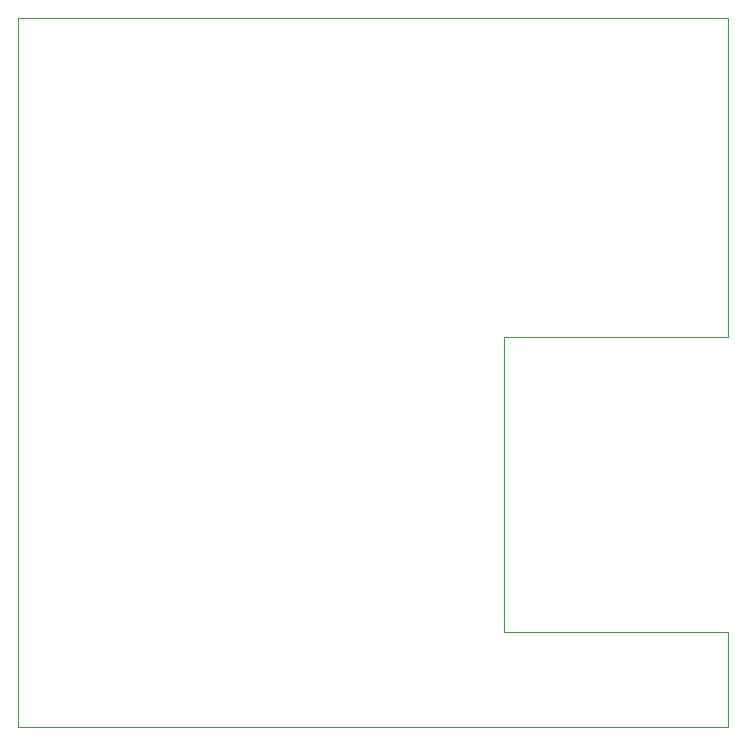
<source format=gm1>
%TF.GenerationSoftware,KiCad,Pcbnew,7.0.7*%
%TF.CreationDate,2023-11-07T21:10:22-05:00*%
%TF.ProjectId,attachmentBoard,61747461-6368-46d6-956e-74426f617264,rev?*%
%TF.SameCoordinates,Original*%
%TF.FileFunction,Profile,NP*%
%FSLAX46Y46*%
G04 Gerber Fmt 4.6, Leading zero omitted, Abs format (unit mm)*
G04 Created by KiCad (PCBNEW 7.0.7) date 2023-11-07 21:10:22*
%MOMM*%
%LPD*%
G01*
G04 APERTURE LIST*
%TA.AperFunction,Profile*%
%ADD10C,0.100000*%
%TD*%
G04 APERTURE END LIST*
D10*
X195000000Y-62000000D02*
X176000000Y-62000000D01*
X195000000Y-62000000D02*
X195000000Y-62000000D01*
X134900000Y-95000000D02*
X195000000Y-95000000D01*
X134900000Y-35000000D02*
X134900000Y-95000000D01*
X195000000Y-95000000D02*
X195000000Y-87000000D01*
X176000000Y-62000000D02*
X176000000Y-87000000D01*
X195000000Y-35000000D02*
X195000000Y-62000000D01*
X134900000Y-35000000D02*
X195000000Y-35000000D01*
X195000000Y-87000000D02*
X176000000Y-87000000D01*
M02*

</source>
